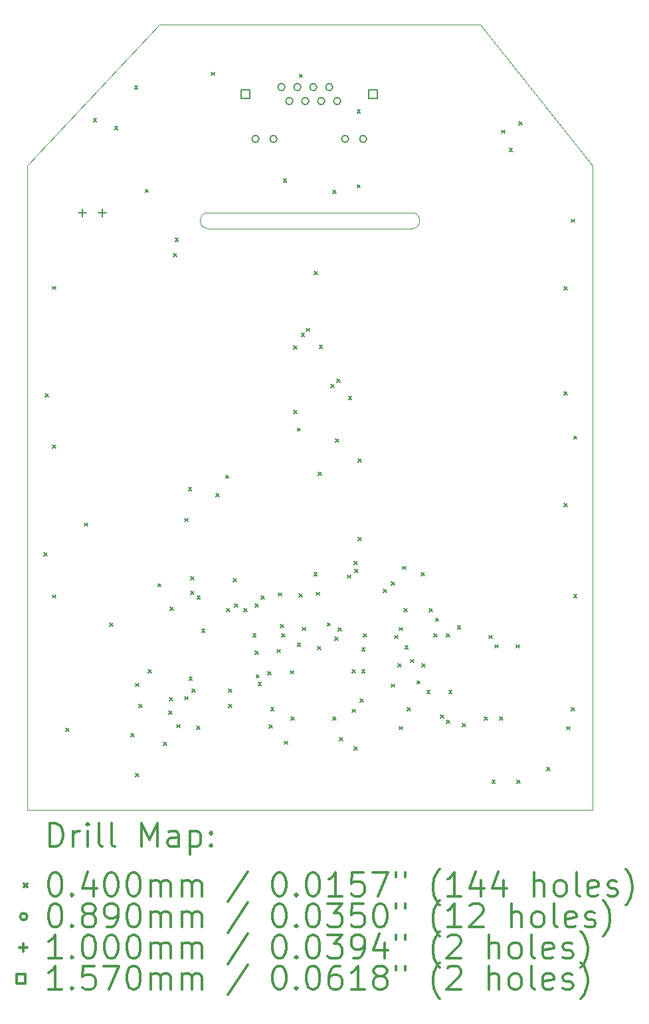
<source format=gbr>
%FSLAX45Y45*%
G04 Gerber Fmt 4.5, Leading zero omitted, Abs format (unit mm)*
G04 Created by KiCad (PCBNEW 5.1.10) date 2021-11-19 17:21:24*
%MOMM*%
%LPD*%
G01*
G04 APERTURE LIST*
%TA.AperFunction,Profile*%
%ADD10C,0.100000*%
%TD*%
%ADD11C,0.200000*%
%ADD12C,0.300000*%
G04 APERTURE END LIST*
D10*
X13300000Y-7600000D02*
G75*
G02*
X13300000Y-7400000I0J100000D01*
G01*
X15900000Y-7400000D02*
G75*
G02*
X15900000Y-7600000I0J-100000D01*
G01*
X13300000Y-7400000D02*
X15900000Y-7400000D01*
X15900000Y-7600000D02*
X13300000Y-7600000D01*
X12680000Y-5000000D02*
X11000000Y-6800000D01*
X16770000Y-5000000D02*
X18200000Y-6800000D01*
X11000000Y-15000000D02*
X18200000Y-15000000D01*
X12680000Y-5000000D02*
X16770000Y-5000000D01*
X11000000Y-15000000D02*
X11000000Y-6800000D01*
X18200000Y-6800000D02*
X18200000Y-15000000D01*
D11*
X11210000Y-11730000D02*
X11250000Y-11770000D01*
X11250000Y-11730000D02*
X11210000Y-11770000D01*
X11224000Y-9705000D02*
X11264000Y-9745000D01*
X11264000Y-9705000D02*
X11224000Y-9745000D01*
X11320000Y-10355000D02*
X11360000Y-10395000D01*
X11360000Y-10355000D02*
X11320000Y-10395000D01*
X11320000Y-12265000D02*
X11360000Y-12305000D01*
X11360000Y-12265000D02*
X11320000Y-12305000D01*
X11320000Y-8335000D02*
X11360000Y-8375000D01*
X11360000Y-8335000D02*
X11320000Y-8375000D01*
X11490000Y-13960000D02*
X11530000Y-14000000D01*
X11530000Y-13960000D02*
X11490000Y-14000000D01*
X11725000Y-11350000D02*
X11765000Y-11390000D01*
X11765000Y-11350000D02*
X11725000Y-11390000D01*
X11840000Y-6200000D02*
X11880000Y-6240000D01*
X11880000Y-6200000D02*
X11840000Y-6240000D01*
X12050000Y-12625000D02*
X12090000Y-12665000D01*
X12090000Y-12625000D02*
X12050000Y-12665000D01*
X12110001Y-6300000D02*
X12150001Y-6340000D01*
X12150001Y-6300000D02*
X12110001Y-6340000D01*
X12320000Y-14030000D02*
X12360000Y-14070000D01*
X12360000Y-14030000D02*
X12320000Y-14070000D01*
X12364999Y-5785000D02*
X12404999Y-5825000D01*
X12404999Y-5785000D02*
X12364999Y-5825000D01*
X12380000Y-13390000D02*
X12420000Y-13430000D01*
X12420000Y-13390000D02*
X12380000Y-13430000D01*
X12380000Y-14540000D02*
X12420000Y-14580000D01*
X12420000Y-14540000D02*
X12380000Y-14580000D01*
X12420000Y-13660000D02*
X12460000Y-13700000D01*
X12460000Y-13660000D02*
X12420000Y-13700000D01*
X12500000Y-7100000D02*
X12540000Y-7140000D01*
X12540000Y-7100000D02*
X12500000Y-7140000D01*
X12540000Y-13220000D02*
X12580000Y-13260000D01*
X12580000Y-13220000D02*
X12540000Y-13260000D01*
X12660000Y-12120000D02*
X12700000Y-12160000D01*
X12700000Y-12120000D02*
X12660000Y-12160000D01*
X12730000Y-14140000D02*
X12770000Y-14180000D01*
X12770000Y-14140000D02*
X12730000Y-14180000D01*
X12800000Y-13740000D02*
X12840000Y-13780000D01*
X12840000Y-13740000D02*
X12800000Y-13780000D01*
X12810000Y-13570000D02*
X12850000Y-13610000D01*
X12850000Y-13570000D02*
X12810000Y-13610000D01*
X12820000Y-12420000D02*
X12860000Y-12460000D01*
X12860000Y-12420000D02*
X12820000Y-12460000D01*
X12860000Y-7920000D02*
X12900000Y-7960000D01*
X12900000Y-7920000D02*
X12860000Y-7960000D01*
X12880000Y-7720000D02*
X12920000Y-7760000D01*
X12920000Y-7720000D02*
X12880000Y-7760000D01*
X12900000Y-13914800D02*
X12940000Y-13954800D01*
X12940000Y-13914800D02*
X12900000Y-13954800D01*
X13001081Y-13559786D02*
X13041081Y-13599786D01*
X13041081Y-13559786D02*
X13001081Y-13599786D01*
X13005000Y-11290000D02*
X13045000Y-11330000D01*
X13045000Y-11290000D02*
X13005000Y-11330000D01*
X13050000Y-10895000D02*
X13090000Y-10935000D01*
X13090000Y-10895000D02*
X13050000Y-10935000D01*
X13060000Y-13310000D02*
X13100000Y-13350000D01*
X13100000Y-13310000D02*
X13060000Y-13350000D01*
X13080000Y-12034800D02*
X13120000Y-12074800D01*
X13120000Y-12034800D02*
X13080000Y-12074800D01*
X13080000Y-12220000D02*
X13120000Y-12260000D01*
X13120000Y-12220000D02*
X13080000Y-12260000D01*
X13100001Y-13460000D02*
X13140001Y-13500000D01*
X13140001Y-13460000D02*
X13100001Y-13500000D01*
X13155000Y-13935000D02*
X13195000Y-13975000D01*
X13195000Y-13935000D02*
X13155000Y-13975000D01*
X13160000Y-12280000D02*
X13200000Y-12320000D01*
X13200000Y-12280000D02*
X13160000Y-12320000D01*
X13220000Y-12700000D02*
X13260000Y-12740000D01*
X13260000Y-12700000D02*
X13220000Y-12740000D01*
X13340000Y-5610000D02*
X13380000Y-5650000D01*
X13380000Y-5610000D02*
X13340000Y-5650000D01*
X13400000Y-10975000D02*
X13440000Y-11015000D01*
X13440000Y-10975000D02*
X13400000Y-11015000D01*
X13525000Y-10740000D02*
X13565000Y-10780000D01*
X13565000Y-10740000D02*
X13525000Y-10780000D01*
X13540000Y-12440000D02*
X13580000Y-12480000D01*
X13580000Y-12440000D02*
X13540000Y-12480000D01*
X13560000Y-13660000D02*
X13600000Y-13700000D01*
X13600000Y-13660000D02*
X13560000Y-13700000D01*
X13560000Y-13460000D02*
X13600000Y-13500000D01*
X13600000Y-13460000D02*
X13560000Y-13500000D01*
X13620000Y-12060000D02*
X13660000Y-12100000D01*
X13660000Y-12060000D02*
X13620000Y-12100000D01*
X13640000Y-12379999D02*
X13680000Y-12419999D01*
X13680000Y-12379999D02*
X13640000Y-12419999D01*
X13760000Y-12440000D02*
X13800000Y-12480000D01*
X13800000Y-12440000D02*
X13760000Y-12480000D01*
X13871899Y-12760000D02*
X13911899Y-12800000D01*
X13911899Y-12760000D02*
X13871899Y-12800000D01*
X13900000Y-12380000D02*
X13940000Y-12420000D01*
X13940000Y-12380000D02*
X13900000Y-12420000D01*
X13900000Y-12980000D02*
X13940000Y-13020000D01*
X13940000Y-12980000D02*
X13900000Y-13020000D01*
X13914800Y-13280000D02*
X13954800Y-13320000D01*
X13954800Y-13280000D02*
X13914800Y-13320000D01*
X13940000Y-13380000D02*
X13980000Y-13420000D01*
X13980000Y-13380000D02*
X13940000Y-13420000D01*
X13980000Y-12280000D02*
X14020000Y-12320000D01*
X14020000Y-12280000D02*
X13980000Y-12320000D01*
X14060000Y-13240000D02*
X14100000Y-13280000D01*
X14100000Y-13240000D02*
X14060000Y-13280000D01*
X14080000Y-13920000D02*
X14120000Y-13960000D01*
X14120000Y-13920000D02*
X14080000Y-13960000D01*
X14100000Y-13700000D02*
X14140000Y-13740000D01*
X14140000Y-13700000D02*
X14100000Y-13740000D01*
X14180000Y-12960000D02*
X14220000Y-13000000D01*
X14220000Y-12960000D02*
X14180000Y-13000000D01*
X14195000Y-12240000D02*
X14235000Y-12280000D01*
X14235000Y-12240000D02*
X14195000Y-12280000D01*
X14220000Y-12640000D02*
X14260000Y-12680000D01*
X14260000Y-12640000D02*
X14220000Y-12680000D01*
X14240000Y-12760000D02*
X14280000Y-12800000D01*
X14280000Y-12760000D02*
X14240000Y-12800000D01*
X14260000Y-6970000D02*
X14300000Y-7010000D01*
X14300000Y-6970000D02*
X14260000Y-7010000D01*
X14274000Y-14128000D02*
X14314000Y-14168000D01*
X14314000Y-14128000D02*
X14274000Y-14168000D01*
X14350000Y-13230000D02*
X14390000Y-13270000D01*
X14390000Y-13230000D02*
X14350000Y-13270000D01*
X14360000Y-13820000D02*
X14400000Y-13860000D01*
X14400000Y-13820000D02*
X14360000Y-13860000D01*
X14390000Y-9094800D02*
X14430000Y-9134800D01*
X14430000Y-9094800D02*
X14390000Y-9134800D01*
X14393178Y-9914615D02*
X14433178Y-9954615D01*
X14433178Y-9914615D02*
X14393178Y-9954615D01*
X14438550Y-10140000D02*
X14478550Y-10180000D01*
X14478550Y-10140000D02*
X14438550Y-10180000D01*
X14440000Y-12880000D02*
X14480000Y-12920000D01*
X14480000Y-12880000D02*
X14440000Y-12920000D01*
X14460000Y-12250000D02*
X14500000Y-12290000D01*
X14500000Y-12250000D02*
X14460000Y-12290000D01*
X14465000Y-5635000D02*
X14505000Y-5675000D01*
X14505000Y-5635000D02*
X14465000Y-5675000D01*
X14490000Y-8935000D02*
X14530000Y-8975000D01*
X14530000Y-8935000D02*
X14490000Y-8975000D01*
X14500000Y-12680000D02*
X14540000Y-12720000D01*
X14540000Y-12680000D02*
X14500000Y-12720000D01*
X14555549Y-8869451D02*
X14595549Y-8909451D01*
X14595549Y-8869451D02*
X14555549Y-8909451D01*
X14650000Y-11980000D02*
X14690000Y-12020000D01*
X14690000Y-11980000D02*
X14650000Y-12020000D01*
X14652500Y-8147500D02*
X14692500Y-8187500D01*
X14692500Y-8147500D02*
X14652500Y-8187500D01*
X14680000Y-12230000D02*
X14720000Y-12270000D01*
X14720000Y-12230000D02*
X14680000Y-12270000D01*
X14700000Y-12920000D02*
X14740000Y-12960000D01*
X14740000Y-12920000D02*
X14700000Y-12960000D01*
X14705000Y-10704000D02*
X14745000Y-10744000D01*
X14745000Y-10704000D02*
X14705000Y-10744000D01*
X14717500Y-9082500D02*
X14757500Y-9122500D01*
X14757500Y-9082500D02*
X14717500Y-9122500D01*
X14820000Y-12620000D02*
X14860000Y-12660000D01*
X14860000Y-12620000D02*
X14820000Y-12660000D01*
X14865000Y-9585000D02*
X14905000Y-9625000D01*
X14905000Y-9585000D02*
X14865000Y-9625000D01*
X14890000Y-7110000D02*
X14930000Y-7150000D01*
X14930000Y-7110000D02*
X14890000Y-7150000D01*
X14894799Y-13820000D02*
X14934799Y-13860000D01*
X14934799Y-13820000D02*
X14894799Y-13860000D01*
X14920000Y-12800000D02*
X14960000Y-12840000D01*
X14960000Y-12800000D02*
X14920000Y-12840000D01*
X14925000Y-10280000D02*
X14965000Y-10320000D01*
X14965000Y-10280000D02*
X14925000Y-10320000D01*
X14942131Y-9519800D02*
X14982131Y-9559800D01*
X14982131Y-9519800D02*
X14942131Y-9559800D01*
X14960000Y-12685201D02*
X15000000Y-12725201D01*
X15000000Y-12685201D02*
X14960000Y-12725201D01*
X14978500Y-14078500D02*
X15018500Y-14118500D01*
X15018500Y-14078500D02*
X14978500Y-14118500D01*
X15080000Y-12010000D02*
X15120000Y-12050000D01*
X15120000Y-12010000D02*
X15080000Y-12050000D01*
X15090000Y-9735000D02*
X15130000Y-9775000D01*
X15130000Y-9735000D02*
X15090000Y-9775000D01*
X15140000Y-13220000D02*
X15180000Y-13260000D01*
X15180000Y-13220000D02*
X15140000Y-13260000D01*
X15140000Y-13720000D02*
X15180000Y-13760000D01*
X15180000Y-13720000D02*
X15140000Y-13760000D01*
X15160000Y-11840000D02*
X15200000Y-11880000D01*
X15200000Y-11840000D02*
X15160000Y-11880000D01*
X15160000Y-14200000D02*
X15200000Y-14240000D01*
X15200000Y-14200000D02*
X15160000Y-14240000D01*
X15170009Y-11937823D02*
X15210009Y-11977823D01*
X15210009Y-11937823D02*
X15170009Y-11977823D01*
X15200000Y-6085200D02*
X15240000Y-6125200D01*
X15240000Y-6085200D02*
X15200000Y-6125200D01*
X15200000Y-7040000D02*
X15240000Y-7080000D01*
X15240000Y-7040000D02*
X15200000Y-7080000D01*
X15215000Y-10535000D02*
X15255000Y-10575000D01*
X15255000Y-10535000D02*
X15215000Y-10575000D01*
X15215000Y-11535000D02*
X15255000Y-11575000D01*
X15255000Y-11535000D02*
X15215000Y-11575000D01*
X15240000Y-13590000D02*
X15280000Y-13630000D01*
X15280000Y-13590000D02*
X15240000Y-13630000D01*
X15260000Y-12940000D02*
X15300000Y-12980000D01*
X15300000Y-12940000D02*
X15260000Y-12980000D01*
X15260000Y-13220000D02*
X15300000Y-13260000D01*
X15300000Y-13220000D02*
X15260000Y-13260000D01*
X15280000Y-12760000D02*
X15320000Y-12800000D01*
X15320000Y-12760000D02*
X15280000Y-12800000D01*
X15533075Y-12189566D02*
X15573075Y-12229566D01*
X15573075Y-12189566D02*
X15533075Y-12229566D01*
X15640000Y-12100000D02*
X15680000Y-12140000D01*
X15680000Y-12100000D02*
X15640000Y-12140000D01*
X15640000Y-13400000D02*
X15680000Y-13440000D01*
X15680000Y-13400000D02*
X15640000Y-13440000D01*
X15680000Y-12780000D02*
X15720000Y-12820000D01*
X15720000Y-12780000D02*
X15680000Y-12820000D01*
X15720000Y-13140000D02*
X15760000Y-13180000D01*
X15760000Y-13140000D02*
X15720000Y-13180000D01*
X15740000Y-12680000D02*
X15780000Y-12720000D01*
X15780000Y-12680000D02*
X15740000Y-12720000D01*
X15740000Y-13940000D02*
X15780000Y-13980000D01*
X15780000Y-13940000D02*
X15740000Y-13980000D01*
X15780000Y-11900000D02*
X15820000Y-11940000D01*
X15820000Y-11900000D02*
X15780000Y-11940000D01*
X15800000Y-12440000D02*
X15840000Y-12480000D01*
X15840000Y-12440000D02*
X15800000Y-12480000D01*
X15810000Y-12910000D02*
X15850000Y-12950000D01*
X15850000Y-12910000D02*
X15810000Y-12950000D01*
X15840000Y-13700000D02*
X15880000Y-13740000D01*
X15880000Y-13700000D02*
X15840000Y-13740000D01*
X15881414Y-13085029D02*
X15921414Y-13125029D01*
X15921414Y-13085029D02*
X15881414Y-13125029D01*
X15963392Y-13356568D02*
X16003392Y-13396568D01*
X16003392Y-13356568D02*
X15963392Y-13396568D01*
X16020000Y-11980001D02*
X16060000Y-12020001D01*
X16060000Y-11980001D02*
X16020000Y-12020001D01*
X16028593Y-13140000D02*
X16068593Y-13180000D01*
X16068593Y-13140000D02*
X16028593Y-13180000D01*
X16090000Y-13480000D02*
X16130000Y-13520000D01*
X16130000Y-13480000D02*
X16090000Y-13520000D01*
X16120000Y-12440000D02*
X16160000Y-12480000D01*
X16160000Y-12440000D02*
X16120000Y-12480000D01*
X16180000Y-12760000D02*
X16220000Y-12800000D01*
X16220000Y-12760000D02*
X16180000Y-12800000D01*
X16200000Y-12560000D02*
X16240000Y-12600000D01*
X16240000Y-12560000D02*
X16200000Y-12600000D01*
X16265000Y-13794799D02*
X16305000Y-13834799D01*
X16305000Y-13794799D02*
X16265000Y-13834799D01*
X16340000Y-12760000D02*
X16380000Y-12800000D01*
X16380000Y-12760000D02*
X16340000Y-12800000D01*
X16340000Y-13860000D02*
X16380000Y-13900000D01*
X16380000Y-13860000D02*
X16340000Y-13900000D01*
X16370000Y-13480000D02*
X16410000Y-13520000D01*
X16410000Y-13480000D02*
X16370000Y-13520000D01*
X16480000Y-12660000D02*
X16520000Y-12700000D01*
X16520000Y-12660000D02*
X16480000Y-12700000D01*
X16540000Y-13900000D02*
X16580000Y-13940000D01*
X16580000Y-13900000D02*
X16540000Y-13940000D01*
X16820000Y-13820000D02*
X16860000Y-13860000D01*
X16860000Y-13820000D02*
X16820000Y-13860000D01*
X16880000Y-12780000D02*
X16920000Y-12820000D01*
X16920000Y-12780000D02*
X16880000Y-12820000D01*
X16920000Y-14620000D02*
X16960000Y-14660000D01*
X16960000Y-14620000D02*
X16920000Y-14660000D01*
X16960000Y-12900000D02*
X17000000Y-12940000D01*
X17000000Y-12900000D02*
X16960000Y-12940000D01*
X17020000Y-13820000D02*
X17060000Y-13860000D01*
X17060000Y-13820000D02*
X17020000Y-13860000D01*
X17045000Y-6346000D02*
X17085000Y-6386000D01*
X17085000Y-6346000D02*
X17045000Y-6386000D01*
X17140000Y-6579999D02*
X17180000Y-6619999D01*
X17180000Y-6579999D02*
X17140000Y-6619999D01*
X17230000Y-12900000D02*
X17270000Y-12940000D01*
X17270000Y-12900000D02*
X17230000Y-12940000D01*
X17240000Y-14620000D02*
X17280000Y-14660000D01*
X17280000Y-14620000D02*
X17240000Y-14660000D01*
X17260000Y-6240000D02*
X17300000Y-6280000D01*
X17300000Y-6240000D02*
X17260000Y-6280000D01*
X17620000Y-14460000D02*
X17660000Y-14500000D01*
X17660000Y-14460000D02*
X17620000Y-14500000D01*
X17840000Y-8340000D02*
X17880000Y-8380000D01*
X17880000Y-8340000D02*
X17840000Y-8380000D01*
X17840000Y-9680000D02*
X17880000Y-9720000D01*
X17880000Y-9680000D02*
X17840000Y-9720000D01*
X17840000Y-11100000D02*
X17880000Y-11140000D01*
X17880000Y-11100000D02*
X17840000Y-11140000D01*
X17872700Y-13940000D02*
X17912700Y-13980000D01*
X17912700Y-13940000D02*
X17872700Y-13980000D01*
X17930000Y-7480000D02*
X17970000Y-7520000D01*
X17970000Y-7480000D02*
X17930000Y-7520000D01*
X17930000Y-13700000D02*
X17970000Y-13740000D01*
X17970000Y-13700000D02*
X17930000Y-13740000D01*
X17960000Y-10240000D02*
X18000000Y-10280000D01*
X18000000Y-10240000D02*
X17960000Y-10280000D01*
X17960000Y-12260000D02*
X18000000Y-12300000D01*
X18000000Y-12260000D02*
X17960000Y-12300000D01*
X13949500Y-6459000D02*
G75*
G03*
X13949500Y-6459000I-44500J0D01*
G01*
X14178500Y-6459000D02*
G75*
G03*
X14178500Y-6459000I-44500J0D01*
G01*
X14279500Y-5799000D02*
G75*
G03*
X14279500Y-5799000I-44500J0D01*
G01*
X14381100Y-5977000D02*
G75*
G03*
X14381100Y-5977000I-44500J0D01*
G01*
X14482700Y-5799000D02*
G75*
G03*
X14482700Y-5799000I-44500J0D01*
G01*
X14584300Y-5977000D02*
G75*
G03*
X14584300Y-5977000I-44500J0D01*
G01*
X14685900Y-5799000D02*
G75*
G03*
X14685900Y-5799000I-44500J0D01*
G01*
X14787500Y-5977000D02*
G75*
G03*
X14787500Y-5977000I-44500J0D01*
G01*
X14889100Y-5799000D02*
G75*
G03*
X14889100Y-5799000I-44500J0D01*
G01*
X14990700Y-5977000D02*
G75*
G03*
X14990700Y-5977000I-44500J0D01*
G01*
X15092500Y-6459000D02*
G75*
G03*
X15092500Y-6459000I-44500J0D01*
G01*
X15321500Y-6459000D02*
G75*
G03*
X15321500Y-6459000I-44500J0D01*
G01*
X11700000Y-7350000D02*
X11700000Y-7450000D01*
X11650000Y-7400000D02*
X11750000Y-7400000D01*
X11954000Y-7350000D02*
X11954000Y-7450000D01*
X11904000Y-7400000D02*
X12004000Y-7400000D01*
X13833508Y-5943508D02*
X13833508Y-5832492D01*
X13722492Y-5832492D01*
X13722492Y-5943508D01*
X13833508Y-5943508D01*
X15459508Y-5943508D02*
X15459508Y-5832492D01*
X15348492Y-5832492D01*
X15348492Y-5943508D01*
X15459508Y-5943508D01*
D12*
X11281428Y-15470714D02*
X11281428Y-15170714D01*
X11352857Y-15170714D01*
X11395714Y-15185000D01*
X11424286Y-15213571D01*
X11438571Y-15242143D01*
X11452857Y-15299286D01*
X11452857Y-15342143D01*
X11438571Y-15399286D01*
X11424286Y-15427857D01*
X11395714Y-15456429D01*
X11352857Y-15470714D01*
X11281428Y-15470714D01*
X11581428Y-15470714D02*
X11581428Y-15270714D01*
X11581428Y-15327857D02*
X11595714Y-15299286D01*
X11610000Y-15285000D01*
X11638571Y-15270714D01*
X11667143Y-15270714D01*
X11767143Y-15470714D02*
X11767143Y-15270714D01*
X11767143Y-15170714D02*
X11752857Y-15185000D01*
X11767143Y-15199286D01*
X11781428Y-15185000D01*
X11767143Y-15170714D01*
X11767143Y-15199286D01*
X11952857Y-15470714D02*
X11924286Y-15456429D01*
X11910000Y-15427857D01*
X11910000Y-15170714D01*
X12110000Y-15470714D02*
X12081428Y-15456429D01*
X12067143Y-15427857D01*
X12067143Y-15170714D01*
X12452857Y-15470714D02*
X12452857Y-15170714D01*
X12552857Y-15385000D01*
X12652857Y-15170714D01*
X12652857Y-15470714D01*
X12924286Y-15470714D02*
X12924286Y-15313571D01*
X12910000Y-15285000D01*
X12881428Y-15270714D01*
X12824286Y-15270714D01*
X12795714Y-15285000D01*
X12924286Y-15456429D02*
X12895714Y-15470714D01*
X12824286Y-15470714D01*
X12795714Y-15456429D01*
X12781428Y-15427857D01*
X12781428Y-15399286D01*
X12795714Y-15370714D01*
X12824286Y-15356429D01*
X12895714Y-15356429D01*
X12924286Y-15342143D01*
X13067143Y-15270714D02*
X13067143Y-15570714D01*
X13067143Y-15285000D02*
X13095714Y-15270714D01*
X13152857Y-15270714D01*
X13181428Y-15285000D01*
X13195714Y-15299286D01*
X13210000Y-15327857D01*
X13210000Y-15413571D01*
X13195714Y-15442143D01*
X13181428Y-15456429D01*
X13152857Y-15470714D01*
X13095714Y-15470714D01*
X13067143Y-15456429D01*
X13338571Y-15442143D02*
X13352857Y-15456429D01*
X13338571Y-15470714D01*
X13324286Y-15456429D01*
X13338571Y-15442143D01*
X13338571Y-15470714D01*
X13338571Y-15285000D02*
X13352857Y-15299286D01*
X13338571Y-15313571D01*
X13324286Y-15299286D01*
X13338571Y-15285000D01*
X13338571Y-15313571D01*
X10955000Y-15945000D02*
X10995000Y-15985000D01*
X10995000Y-15945000D02*
X10955000Y-15985000D01*
X11338571Y-15800714D02*
X11367143Y-15800714D01*
X11395714Y-15815000D01*
X11410000Y-15829286D01*
X11424286Y-15857857D01*
X11438571Y-15915000D01*
X11438571Y-15986429D01*
X11424286Y-16043571D01*
X11410000Y-16072143D01*
X11395714Y-16086429D01*
X11367143Y-16100714D01*
X11338571Y-16100714D01*
X11310000Y-16086429D01*
X11295714Y-16072143D01*
X11281428Y-16043571D01*
X11267143Y-15986429D01*
X11267143Y-15915000D01*
X11281428Y-15857857D01*
X11295714Y-15829286D01*
X11310000Y-15815000D01*
X11338571Y-15800714D01*
X11567143Y-16072143D02*
X11581428Y-16086429D01*
X11567143Y-16100714D01*
X11552857Y-16086429D01*
X11567143Y-16072143D01*
X11567143Y-16100714D01*
X11838571Y-15900714D02*
X11838571Y-16100714D01*
X11767143Y-15786429D02*
X11695714Y-16000714D01*
X11881428Y-16000714D01*
X12052857Y-15800714D02*
X12081428Y-15800714D01*
X12110000Y-15815000D01*
X12124286Y-15829286D01*
X12138571Y-15857857D01*
X12152857Y-15915000D01*
X12152857Y-15986429D01*
X12138571Y-16043571D01*
X12124286Y-16072143D01*
X12110000Y-16086429D01*
X12081428Y-16100714D01*
X12052857Y-16100714D01*
X12024286Y-16086429D01*
X12010000Y-16072143D01*
X11995714Y-16043571D01*
X11981428Y-15986429D01*
X11981428Y-15915000D01*
X11995714Y-15857857D01*
X12010000Y-15829286D01*
X12024286Y-15815000D01*
X12052857Y-15800714D01*
X12338571Y-15800714D02*
X12367143Y-15800714D01*
X12395714Y-15815000D01*
X12410000Y-15829286D01*
X12424286Y-15857857D01*
X12438571Y-15915000D01*
X12438571Y-15986429D01*
X12424286Y-16043571D01*
X12410000Y-16072143D01*
X12395714Y-16086429D01*
X12367143Y-16100714D01*
X12338571Y-16100714D01*
X12310000Y-16086429D01*
X12295714Y-16072143D01*
X12281428Y-16043571D01*
X12267143Y-15986429D01*
X12267143Y-15915000D01*
X12281428Y-15857857D01*
X12295714Y-15829286D01*
X12310000Y-15815000D01*
X12338571Y-15800714D01*
X12567143Y-16100714D02*
X12567143Y-15900714D01*
X12567143Y-15929286D02*
X12581428Y-15915000D01*
X12610000Y-15900714D01*
X12652857Y-15900714D01*
X12681428Y-15915000D01*
X12695714Y-15943571D01*
X12695714Y-16100714D01*
X12695714Y-15943571D02*
X12710000Y-15915000D01*
X12738571Y-15900714D01*
X12781428Y-15900714D01*
X12810000Y-15915000D01*
X12824286Y-15943571D01*
X12824286Y-16100714D01*
X12967143Y-16100714D02*
X12967143Y-15900714D01*
X12967143Y-15929286D02*
X12981428Y-15915000D01*
X13010000Y-15900714D01*
X13052857Y-15900714D01*
X13081428Y-15915000D01*
X13095714Y-15943571D01*
X13095714Y-16100714D01*
X13095714Y-15943571D02*
X13110000Y-15915000D01*
X13138571Y-15900714D01*
X13181428Y-15900714D01*
X13210000Y-15915000D01*
X13224286Y-15943571D01*
X13224286Y-16100714D01*
X13810000Y-15786429D02*
X13552857Y-16172143D01*
X14195714Y-15800714D02*
X14224286Y-15800714D01*
X14252857Y-15815000D01*
X14267143Y-15829286D01*
X14281428Y-15857857D01*
X14295714Y-15915000D01*
X14295714Y-15986429D01*
X14281428Y-16043571D01*
X14267143Y-16072143D01*
X14252857Y-16086429D01*
X14224286Y-16100714D01*
X14195714Y-16100714D01*
X14167143Y-16086429D01*
X14152857Y-16072143D01*
X14138571Y-16043571D01*
X14124286Y-15986429D01*
X14124286Y-15915000D01*
X14138571Y-15857857D01*
X14152857Y-15829286D01*
X14167143Y-15815000D01*
X14195714Y-15800714D01*
X14424286Y-16072143D02*
X14438571Y-16086429D01*
X14424286Y-16100714D01*
X14410000Y-16086429D01*
X14424286Y-16072143D01*
X14424286Y-16100714D01*
X14624286Y-15800714D02*
X14652857Y-15800714D01*
X14681428Y-15815000D01*
X14695714Y-15829286D01*
X14710000Y-15857857D01*
X14724286Y-15915000D01*
X14724286Y-15986429D01*
X14710000Y-16043571D01*
X14695714Y-16072143D01*
X14681428Y-16086429D01*
X14652857Y-16100714D01*
X14624286Y-16100714D01*
X14595714Y-16086429D01*
X14581428Y-16072143D01*
X14567143Y-16043571D01*
X14552857Y-15986429D01*
X14552857Y-15915000D01*
X14567143Y-15857857D01*
X14581428Y-15829286D01*
X14595714Y-15815000D01*
X14624286Y-15800714D01*
X15010000Y-16100714D02*
X14838571Y-16100714D01*
X14924286Y-16100714D02*
X14924286Y-15800714D01*
X14895714Y-15843571D01*
X14867143Y-15872143D01*
X14838571Y-15886429D01*
X15281428Y-15800714D02*
X15138571Y-15800714D01*
X15124286Y-15943571D01*
X15138571Y-15929286D01*
X15167143Y-15915000D01*
X15238571Y-15915000D01*
X15267143Y-15929286D01*
X15281428Y-15943571D01*
X15295714Y-15972143D01*
X15295714Y-16043571D01*
X15281428Y-16072143D01*
X15267143Y-16086429D01*
X15238571Y-16100714D01*
X15167143Y-16100714D01*
X15138571Y-16086429D01*
X15124286Y-16072143D01*
X15395714Y-15800714D02*
X15595714Y-15800714D01*
X15467143Y-16100714D01*
X15695714Y-15800714D02*
X15695714Y-15857857D01*
X15810000Y-15800714D02*
X15810000Y-15857857D01*
X16252857Y-16215000D02*
X16238571Y-16200714D01*
X16210000Y-16157857D01*
X16195714Y-16129286D01*
X16181428Y-16086429D01*
X16167143Y-16015000D01*
X16167143Y-15957857D01*
X16181428Y-15886429D01*
X16195714Y-15843571D01*
X16210000Y-15815000D01*
X16238571Y-15772143D01*
X16252857Y-15757857D01*
X16524286Y-16100714D02*
X16352857Y-16100714D01*
X16438571Y-16100714D02*
X16438571Y-15800714D01*
X16410000Y-15843571D01*
X16381428Y-15872143D01*
X16352857Y-15886429D01*
X16781428Y-15900714D02*
X16781428Y-16100714D01*
X16710000Y-15786429D02*
X16638571Y-16000714D01*
X16824286Y-16000714D01*
X17067143Y-15900714D02*
X17067143Y-16100714D01*
X16995714Y-15786429D02*
X16924286Y-16000714D01*
X17110000Y-16000714D01*
X17452857Y-16100714D02*
X17452857Y-15800714D01*
X17581428Y-16100714D02*
X17581428Y-15943571D01*
X17567143Y-15915000D01*
X17538571Y-15900714D01*
X17495714Y-15900714D01*
X17467143Y-15915000D01*
X17452857Y-15929286D01*
X17767143Y-16100714D02*
X17738571Y-16086429D01*
X17724286Y-16072143D01*
X17710000Y-16043571D01*
X17710000Y-15957857D01*
X17724286Y-15929286D01*
X17738571Y-15915000D01*
X17767143Y-15900714D01*
X17810000Y-15900714D01*
X17838571Y-15915000D01*
X17852857Y-15929286D01*
X17867143Y-15957857D01*
X17867143Y-16043571D01*
X17852857Y-16072143D01*
X17838571Y-16086429D01*
X17810000Y-16100714D01*
X17767143Y-16100714D01*
X18038571Y-16100714D02*
X18010000Y-16086429D01*
X17995714Y-16057857D01*
X17995714Y-15800714D01*
X18267143Y-16086429D02*
X18238571Y-16100714D01*
X18181428Y-16100714D01*
X18152857Y-16086429D01*
X18138571Y-16057857D01*
X18138571Y-15943571D01*
X18152857Y-15915000D01*
X18181428Y-15900714D01*
X18238571Y-15900714D01*
X18267143Y-15915000D01*
X18281428Y-15943571D01*
X18281428Y-15972143D01*
X18138571Y-16000714D01*
X18395714Y-16086429D02*
X18424286Y-16100714D01*
X18481428Y-16100714D01*
X18510000Y-16086429D01*
X18524286Y-16057857D01*
X18524286Y-16043571D01*
X18510000Y-16015000D01*
X18481428Y-16000714D01*
X18438571Y-16000714D01*
X18410000Y-15986429D01*
X18395714Y-15957857D01*
X18395714Y-15943571D01*
X18410000Y-15915000D01*
X18438571Y-15900714D01*
X18481428Y-15900714D01*
X18510000Y-15915000D01*
X18624286Y-16215000D02*
X18638571Y-16200714D01*
X18667143Y-16157857D01*
X18681428Y-16129286D01*
X18695714Y-16086429D01*
X18710000Y-16015000D01*
X18710000Y-15957857D01*
X18695714Y-15886429D01*
X18681428Y-15843571D01*
X18667143Y-15815000D01*
X18638571Y-15772143D01*
X18624286Y-15757857D01*
X10995000Y-16361000D02*
G75*
G03*
X10995000Y-16361000I-44500J0D01*
G01*
X11338571Y-16196714D02*
X11367143Y-16196714D01*
X11395714Y-16211000D01*
X11410000Y-16225286D01*
X11424286Y-16253857D01*
X11438571Y-16311000D01*
X11438571Y-16382429D01*
X11424286Y-16439571D01*
X11410000Y-16468143D01*
X11395714Y-16482429D01*
X11367143Y-16496714D01*
X11338571Y-16496714D01*
X11310000Y-16482429D01*
X11295714Y-16468143D01*
X11281428Y-16439571D01*
X11267143Y-16382429D01*
X11267143Y-16311000D01*
X11281428Y-16253857D01*
X11295714Y-16225286D01*
X11310000Y-16211000D01*
X11338571Y-16196714D01*
X11567143Y-16468143D02*
X11581428Y-16482429D01*
X11567143Y-16496714D01*
X11552857Y-16482429D01*
X11567143Y-16468143D01*
X11567143Y-16496714D01*
X11752857Y-16325286D02*
X11724286Y-16311000D01*
X11710000Y-16296714D01*
X11695714Y-16268143D01*
X11695714Y-16253857D01*
X11710000Y-16225286D01*
X11724286Y-16211000D01*
X11752857Y-16196714D01*
X11810000Y-16196714D01*
X11838571Y-16211000D01*
X11852857Y-16225286D01*
X11867143Y-16253857D01*
X11867143Y-16268143D01*
X11852857Y-16296714D01*
X11838571Y-16311000D01*
X11810000Y-16325286D01*
X11752857Y-16325286D01*
X11724286Y-16339571D01*
X11710000Y-16353857D01*
X11695714Y-16382429D01*
X11695714Y-16439571D01*
X11710000Y-16468143D01*
X11724286Y-16482429D01*
X11752857Y-16496714D01*
X11810000Y-16496714D01*
X11838571Y-16482429D01*
X11852857Y-16468143D01*
X11867143Y-16439571D01*
X11867143Y-16382429D01*
X11852857Y-16353857D01*
X11838571Y-16339571D01*
X11810000Y-16325286D01*
X12010000Y-16496714D02*
X12067143Y-16496714D01*
X12095714Y-16482429D01*
X12110000Y-16468143D01*
X12138571Y-16425286D01*
X12152857Y-16368143D01*
X12152857Y-16253857D01*
X12138571Y-16225286D01*
X12124286Y-16211000D01*
X12095714Y-16196714D01*
X12038571Y-16196714D01*
X12010000Y-16211000D01*
X11995714Y-16225286D01*
X11981428Y-16253857D01*
X11981428Y-16325286D01*
X11995714Y-16353857D01*
X12010000Y-16368143D01*
X12038571Y-16382429D01*
X12095714Y-16382429D01*
X12124286Y-16368143D01*
X12138571Y-16353857D01*
X12152857Y-16325286D01*
X12338571Y-16196714D02*
X12367143Y-16196714D01*
X12395714Y-16211000D01*
X12410000Y-16225286D01*
X12424286Y-16253857D01*
X12438571Y-16311000D01*
X12438571Y-16382429D01*
X12424286Y-16439571D01*
X12410000Y-16468143D01*
X12395714Y-16482429D01*
X12367143Y-16496714D01*
X12338571Y-16496714D01*
X12310000Y-16482429D01*
X12295714Y-16468143D01*
X12281428Y-16439571D01*
X12267143Y-16382429D01*
X12267143Y-16311000D01*
X12281428Y-16253857D01*
X12295714Y-16225286D01*
X12310000Y-16211000D01*
X12338571Y-16196714D01*
X12567143Y-16496714D02*
X12567143Y-16296714D01*
X12567143Y-16325286D02*
X12581428Y-16311000D01*
X12610000Y-16296714D01*
X12652857Y-16296714D01*
X12681428Y-16311000D01*
X12695714Y-16339571D01*
X12695714Y-16496714D01*
X12695714Y-16339571D02*
X12710000Y-16311000D01*
X12738571Y-16296714D01*
X12781428Y-16296714D01*
X12810000Y-16311000D01*
X12824286Y-16339571D01*
X12824286Y-16496714D01*
X12967143Y-16496714D02*
X12967143Y-16296714D01*
X12967143Y-16325286D02*
X12981428Y-16311000D01*
X13010000Y-16296714D01*
X13052857Y-16296714D01*
X13081428Y-16311000D01*
X13095714Y-16339571D01*
X13095714Y-16496714D01*
X13095714Y-16339571D02*
X13110000Y-16311000D01*
X13138571Y-16296714D01*
X13181428Y-16296714D01*
X13210000Y-16311000D01*
X13224286Y-16339571D01*
X13224286Y-16496714D01*
X13810000Y-16182429D02*
X13552857Y-16568143D01*
X14195714Y-16196714D02*
X14224286Y-16196714D01*
X14252857Y-16211000D01*
X14267143Y-16225286D01*
X14281428Y-16253857D01*
X14295714Y-16311000D01*
X14295714Y-16382429D01*
X14281428Y-16439571D01*
X14267143Y-16468143D01*
X14252857Y-16482429D01*
X14224286Y-16496714D01*
X14195714Y-16496714D01*
X14167143Y-16482429D01*
X14152857Y-16468143D01*
X14138571Y-16439571D01*
X14124286Y-16382429D01*
X14124286Y-16311000D01*
X14138571Y-16253857D01*
X14152857Y-16225286D01*
X14167143Y-16211000D01*
X14195714Y-16196714D01*
X14424286Y-16468143D02*
X14438571Y-16482429D01*
X14424286Y-16496714D01*
X14410000Y-16482429D01*
X14424286Y-16468143D01*
X14424286Y-16496714D01*
X14624286Y-16196714D02*
X14652857Y-16196714D01*
X14681428Y-16211000D01*
X14695714Y-16225286D01*
X14710000Y-16253857D01*
X14724286Y-16311000D01*
X14724286Y-16382429D01*
X14710000Y-16439571D01*
X14695714Y-16468143D01*
X14681428Y-16482429D01*
X14652857Y-16496714D01*
X14624286Y-16496714D01*
X14595714Y-16482429D01*
X14581428Y-16468143D01*
X14567143Y-16439571D01*
X14552857Y-16382429D01*
X14552857Y-16311000D01*
X14567143Y-16253857D01*
X14581428Y-16225286D01*
X14595714Y-16211000D01*
X14624286Y-16196714D01*
X14824286Y-16196714D02*
X15010000Y-16196714D01*
X14910000Y-16311000D01*
X14952857Y-16311000D01*
X14981428Y-16325286D01*
X14995714Y-16339571D01*
X15010000Y-16368143D01*
X15010000Y-16439571D01*
X14995714Y-16468143D01*
X14981428Y-16482429D01*
X14952857Y-16496714D01*
X14867143Y-16496714D01*
X14838571Y-16482429D01*
X14824286Y-16468143D01*
X15281428Y-16196714D02*
X15138571Y-16196714D01*
X15124286Y-16339571D01*
X15138571Y-16325286D01*
X15167143Y-16311000D01*
X15238571Y-16311000D01*
X15267143Y-16325286D01*
X15281428Y-16339571D01*
X15295714Y-16368143D01*
X15295714Y-16439571D01*
X15281428Y-16468143D01*
X15267143Y-16482429D01*
X15238571Y-16496714D01*
X15167143Y-16496714D01*
X15138571Y-16482429D01*
X15124286Y-16468143D01*
X15481428Y-16196714D02*
X15510000Y-16196714D01*
X15538571Y-16211000D01*
X15552857Y-16225286D01*
X15567143Y-16253857D01*
X15581428Y-16311000D01*
X15581428Y-16382429D01*
X15567143Y-16439571D01*
X15552857Y-16468143D01*
X15538571Y-16482429D01*
X15510000Y-16496714D01*
X15481428Y-16496714D01*
X15452857Y-16482429D01*
X15438571Y-16468143D01*
X15424286Y-16439571D01*
X15410000Y-16382429D01*
X15410000Y-16311000D01*
X15424286Y-16253857D01*
X15438571Y-16225286D01*
X15452857Y-16211000D01*
X15481428Y-16196714D01*
X15695714Y-16196714D02*
X15695714Y-16253857D01*
X15810000Y-16196714D02*
X15810000Y-16253857D01*
X16252857Y-16611000D02*
X16238571Y-16596714D01*
X16210000Y-16553857D01*
X16195714Y-16525286D01*
X16181428Y-16482429D01*
X16167143Y-16411000D01*
X16167143Y-16353857D01*
X16181428Y-16282429D01*
X16195714Y-16239571D01*
X16210000Y-16211000D01*
X16238571Y-16168143D01*
X16252857Y-16153857D01*
X16524286Y-16496714D02*
X16352857Y-16496714D01*
X16438571Y-16496714D02*
X16438571Y-16196714D01*
X16410000Y-16239571D01*
X16381428Y-16268143D01*
X16352857Y-16282429D01*
X16638571Y-16225286D02*
X16652857Y-16211000D01*
X16681428Y-16196714D01*
X16752857Y-16196714D01*
X16781428Y-16211000D01*
X16795714Y-16225286D01*
X16810000Y-16253857D01*
X16810000Y-16282429D01*
X16795714Y-16325286D01*
X16624286Y-16496714D01*
X16810000Y-16496714D01*
X17167143Y-16496714D02*
X17167143Y-16196714D01*
X17295714Y-16496714D02*
X17295714Y-16339571D01*
X17281428Y-16311000D01*
X17252857Y-16296714D01*
X17210000Y-16296714D01*
X17181428Y-16311000D01*
X17167143Y-16325286D01*
X17481428Y-16496714D02*
X17452857Y-16482429D01*
X17438571Y-16468143D01*
X17424286Y-16439571D01*
X17424286Y-16353857D01*
X17438571Y-16325286D01*
X17452857Y-16311000D01*
X17481428Y-16296714D01*
X17524286Y-16296714D01*
X17552857Y-16311000D01*
X17567143Y-16325286D01*
X17581428Y-16353857D01*
X17581428Y-16439571D01*
X17567143Y-16468143D01*
X17552857Y-16482429D01*
X17524286Y-16496714D01*
X17481428Y-16496714D01*
X17752857Y-16496714D02*
X17724286Y-16482429D01*
X17710000Y-16453857D01*
X17710000Y-16196714D01*
X17981428Y-16482429D02*
X17952857Y-16496714D01*
X17895714Y-16496714D01*
X17867143Y-16482429D01*
X17852857Y-16453857D01*
X17852857Y-16339571D01*
X17867143Y-16311000D01*
X17895714Y-16296714D01*
X17952857Y-16296714D01*
X17981428Y-16311000D01*
X17995714Y-16339571D01*
X17995714Y-16368143D01*
X17852857Y-16396714D01*
X18110000Y-16482429D02*
X18138571Y-16496714D01*
X18195714Y-16496714D01*
X18224286Y-16482429D01*
X18238571Y-16453857D01*
X18238571Y-16439571D01*
X18224286Y-16411000D01*
X18195714Y-16396714D01*
X18152857Y-16396714D01*
X18124286Y-16382429D01*
X18110000Y-16353857D01*
X18110000Y-16339571D01*
X18124286Y-16311000D01*
X18152857Y-16296714D01*
X18195714Y-16296714D01*
X18224286Y-16311000D01*
X18338571Y-16611000D02*
X18352857Y-16596714D01*
X18381428Y-16553857D01*
X18395714Y-16525286D01*
X18410000Y-16482429D01*
X18424286Y-16411000D01*
X18424286Y-16353857D01*
X18410000Y-16282429D01*
X18395714Y-16239571D01*
X18381428Y-16211000D01*
X18352857Y-16168143D01*
X18338571Y-16153857D01*
X10945000Y-16707000D02*
X10945000Y-16807000D01*
X10895000Y-16757000D02*
X10995000Y-16757000D01*
X11438571Y-16892714D02*
X11267143Y-16892714D01*
X11352857Y-16892714D02*
X11352857Y-16592714D01*
X11324286Y-16635571D01*
X11295714Y-16664143D01*
X11267143Y-16678429D01*
X11567143Y-16864143D02*
X11581428Y-16878429D01*
X11567143Y-16892714D01*
X11552857Y-16878429D01*
X11567143Y-16864143D01*
X11567143Y-16892714D01*
X11767143Y-16592714D02*
X11795714Y-16592714D01*
X11824286Y-16607000D01*
X11838571Y-16621286D01*
X11852857Y-16649857D01*
X11867143Y-16707000D01*
X11867143Y-16778429D01*
X11852857Y-16835572D01*
X11838571Y-16864143D01*
X11824286Y-16878429D01*
X11795714Y-16892714D01*
X11767143Y-16892714D01*
X11738571Y-16878429D01*
X11724286Y-16864143D01*
X11710000Y-16835572D01*
X11695714Y-16778429D01*
X11695714Y-16707000D01*
X11710000Y-16649857D01*
X11724286Y-16621286D01*
X11738571Y-16607000D01*
X11767143Y-16592714D01*
X12052857Y-16592714D02*
X12081428Y-16592714D01*
X12110000Y-16607000D01*
X12124286Y-16621286D01*
X12138571Y-16649857D01*
X12152857Y-16707000D01*
X12152857Y-16778429D01*
X12138571Y-16835572D01*
X12124286Y-16864143D01*
X12110000Y-16878429D01*
X12081428Y-16892714D01*
X12052857Y-16892714D01*
X12024286Y-16878429D01*
X12010000Y-16864143D01*
X11995714Y-16835572D01*
X11981428Y-16778429D01*
X11981428Y-16707000D01*
X11995714Y-16649857D01*
X12010000Y-16621286D01*
X12024286Y-16607000D01*
X12052857Y-16592714D01*
X12338571Y-16592714D02*
X12367143Y-16592714D01*
X12395714Y-16607000D01*
X12410000Y-16621286D01*
X12424286Y-16649857D01*
X12438571Y-16707000D01*
X12438571Y-16778429D01*
X12424286Y-16835572D01*
X12410000Y-16864143D01*
X12395714Y-16878429D01*
X12367143Y-16892714D01*
X12338571Y-16892714D01*
X12310000Y-16878429D01*
X12295714Y-16864143D01*
X12281428Y-16835572D01*
X12267143Y-16778429D01*
X12267143Y-16707000D01*
X12281428Y-16649857D01*
X12295714Y-16621286D01*
X12310000Y-16607000D01*
X12338571Y-16592714D01*
X12567143Y-16892714D02*
X12567143Y-16692714D01*
X12567143Y-16721286D02*
X12581428Y-16707000D01*
X12610000Y-16692714D01*
X12652857Y-16692714D01*
X12681428Y-16707000D01*
X12695714Y-16735571D01*
X12695714Y-16892714D01*
X12695714Y-16735571D02*
X12710000Y-16707000D01*
X12738571Y-16692714D01*
X12781428Y-16692714D01*
X12810000Y-16707000D01*
X12824286Y-16735571D01*
X12824286Y-16892714D01*
X12967143Y-16892714D02*
X12967143Y-16692714D01*
X12967143Y-16721286D02*
X12981428Y-16707000D01*
X13010000Y-16692714D01*
X13052857Y-16692714D01*
X13081428Y-16707000D01*
X13095714Y-16735571D01*
X13095714Y-16892714D01*
X13095714Y-16735571D02*
X13110000Y-16707000D01*
X13138571Y-16692714D01*
X13181428Y-16692714D01*
X13210000Y-16707000D01*
X13224286Y-16735571D01*
X13224286Y-16892714D01*
X13810000Y-16578429D02*
X13552857Y-16964143D01*
X14195714Y-16592714D02*
X14224286Y-16592714D01*
X14252857Y-16607000D01*
X14267143Y-16621286D01*
X14281428Y-16649857D01*
X14295714Y-16707000D01*
X14295714Y-16778429D01*
X14281428Y-16835572D01*
X14267143Y-16864143D01*
X14252857Y-16878429D01*
X14224286Y-16892714D01*
X14195714Y-16892714D01*
X14167143Y-16878429D01*
X14152857Y-16864143D01*
X14138571Y-16835572D01*
X14124286Y-16778429D01*
X14124286Y-16707000D01*
X14138571Y-16649857D01*
X14152857Y-16621286D01*
X14167143Y-16607000D01*
X14195714Y-16592714D01*
X14424286Y-16864143D02*
X14438571Y-16878429D01*
X14424286Y-16892714D01*
X14410000Y-16878429D01*
X14424286Y-16864143D01*
X14424286Y-16892714D01*
X14624286Y-16592714D02*
X14652857Y-16592714D01*
X14681428Y-16607000D01*
X14695714Y-16621286D01*
X14710000Y-16649857D01*
X14724286Y-16707000D01*
X14724286Y-16778429D01*
X14710000Y-16835572D01*
X14695714Y-16864143D01*
X14681428Y-16878429D01*
X14652857Y-16892714D01*
X14624286Y-16892714D01*
X14595714Y-16878429D01*
X14581428Y-16864143D01*
X14567143Y-16835572D01*
X14552857Y-16778429D01*
X14552857Y-16707000D01*
X14567143Y-16649857D01*
X14581428Y-16621286D01*
X14595714Y-16607000D01*
X14624286Y-16592714D01*
X14824286Y-16592714D02*
X15010000Y-16592714D01*
X14910000Y-16707000D01*
X14952857Y-16707000D01*
X14981428Y-16721286D01*
X14995714Y-16735571D01*
X15010000Y-16764143D01*
X15010000Y-16835572D01*
X14995714Y-16864143D01*
X14981428Y-16878429D01*
X14952857Y-16892714D01*
X14867143Y-16892714D01*
X14838571Y-16878429D01*
X14824286Y-16864143D01*
X15152857Y-16892714D02*
X15210000Y-16892714D01*
X15238571Y-16878429D01*
X15252857Y-16864143D01*
X15281428Y-16821286D01*
X15295714Y-16764143D01*
X15295714Y-16649857D01*
X15281428Y-16621286D01*
X15267143Y-16607000D01*
X15238571Y-16592714D01*
X15181428Y-16592714D01*
X15152857Y-16607000D01*
X15138571Y-16621286D01*
X15124286Y-16649857D01*
X15124286Y-16721286D01*
X15138571Y-16749857D01*
X15152857Y-16764143D01*
X15181428Y-16778429D01*
X15238571Y-16778429D01*
X15267143Y-16764143D01*
X15281428Y-16749857D01*
X15295714Y-16721286D01*
X15552857Y-16692714D02*
X15552857Y-16892714D01*
X15481428Y-16578429D02*
X15410000Y-16792714D01*
X15595714Y-16792714D01*
X15695714Y-16592714D02*
X15695714Y-16649857D01*
X15810000Y-16592714D02*
X15810000Y-16649857D01*
X16252857Y-17007000D02*
X16238571Y-16992714D01*
X16210000Y-16949857D01*
X16195714Y-16921286D01*
X16181428Y-16878429D01*
X16167143Y-16807000D01*
X16167143Y-16749857D01*
X16181428Y-16678429D01*
X16195714Y-16635571D01*
X16210000Y-16607000D01*
X16238571Y-16564143D01*
X16252857Y-16549857D01*
X16352857Y-16621286D02*
X16367143Y-16607000D01*
X16395714Y-16592714D01*
X16467143Y-16592714D01*
X16495714Y-16607000D01*
X16510000Y-16621286D01*
X16524286Y-16649857D01*
X16524286Y-16678429D01*
X16510000Y-16721286D01*
X16338571Y-16892714D01*
X16524286Y-16892714D01*
X16881428Y-16892714D02*
X16881428Y-16592714D01*
X17010000Y-16892714D02*
X17010000Y-16735571D01*
X16995714Y-16707000D01*
X16967143Y-16692714D01*
X16924286Y-16692714D01*
X16895714Y-16707000D01*
X16881428Y-16721286D01*
X17195714Y-16892714D02*
X17167143Y-16878429D01*
X17152857Y-16864143D01*
X17138571Y-16835572D01*
X17138571Y-16749857D01*
X17152857Y-16721286D01*
X17167143Y-16707000D01*
X17195714Y-16692714D01*
X17238571Y-16692714D01*
X17267143Y-16707000D01*
X17281428Y-16721286D01*
X17295714Y-16749857D01*
X17295714Y-16835572D01*
X17281428Y-16864143D01*
X17267143Y-16878429D01*
X17238571Y-16892714D01*
X17195714Y-16892714D01*
X17467143Y-16892714D02*
X17438571Y-16878429D01*
X17424286Y-16849857D01*
X17424286Y-16592714D01*
X17695714Y-16878429D02*
X17667143Y-16892714D01*
X17610000Y-16892714D01*
X17581428Y-16878429D01*
X17567143Y-16849857D01*
X17567143Y-16735571D01*
X17581428Y-16707000D01*
X17610000Y-16692714D01*
X17667143Y-16692714D01*
X17695714Y-16707000D01*
X17710000Y-16735571D01*
X17710000Y-16764143D01*
X17567143Y-16792714D01*
X17824286Y-16878429D02*
X17852857Y-16892714D01*
X17910000Y-16892714D01*
X17938571Y-16878429D01*
X17952857Y-16849857D01*
X17952857Y-16835572D01*
X17938571Y-16807000D01*
X17910000Y-16792714D01*
X17867143Y-16792714D01*
X17838571Y-16778429D01*
X17824286Y-16749857D01*
X17824286Y-16735571D01*
X17838571Y-16707000D01*
X17867143Y-16692714D01*
X17910000Y-16692714D01*
X17938571Y-16707000D01*
X18052857Y-17007000D02*
X18067143Y-16992714D01*
X18095714Y-16949857D01*
X18110000Y-16921286D01*
X18124286Y-16878429D01*
X18138571Y-16807000D01*
X18138571Y-16749857D01*
X18124286Y-16678429D01*
X18110000Y-16635571D01*
X18095714Y-16607000D01*
X18067143Y-16564143D01*
X18052857Y-16549857D01*
X10972008Y-17208509D02*
X10972008Y-17097492D01*
X10860992Y-17097492D01*
X10860992Y-17208509D01*
X10972008Y-17208509D01*
X11438571Y-17288714D02*
X11267143Y-17288714D01*
X11352857Y-17288714D02*
X11352857Y-16988714D01*
X11324286Y-17031572D01*
X11295714Y-17060143D01*
X11267143Y-17074429D01*
X11567143Y-17260143D02*
X11581428Y-17274429D01*
X11567143Y-17288714D01*
X11552857Y-17274429D01*
X11567143Y-17260143D01*
X11567143Y-17288714D01*
X11852857Y-16988714D02*
X11710000Y-16988714D01*
X11695714Y-17131572D01*
X11710000Y-17117286D01*
X11738571Y-17103000D01*
X11810000Y-17103000D01*
X11838571Y-17117286D01*
X11852857Y-17131572D01*
X11867143Y-17160143D01*
X11867143Y-17231572D01*
X11852857Y-17260143D01*
X11838571Y-17274429D01*
X11810000Y-17288714D01*
X11738571Y-17288714D01*
X11710000Y-17274429D01*
X11695714Y-17260143D01*
X11967143Y-16988714D02*
X12167143Y-16988714D01*
X12038571Y-17288714D01*
X12338571Y-16988714D02*
X12367143Y-16988714D01*
X12395714Y-17003000D01*
X12410000Y-17017286D01*
X12424286Y-17045857D01*
X12438571Y-17103000D01*
X12438571Y-17174429D01*
X12424286Y-17231572D01*
X12410000Y-17260143D01*
X12395714Y-17274429D01*
X12367143Y-17288714D01*
X12338571Y-17288714D01*
X12310000Y-17274429D01*
X12295714Y-17260143D01*
X12281428Y-17231572D01*
X12267143Y-17174429D01*
X12267143Y-17103000D01*
X12281428Y-17045857D01*
X12295714Y-17017286D01*
X12310000Y-17003000D01*
X12338571Y-16988714D01*
X12567143Y-17288714D02*
X12567143Y-17088714D01*
X12567143Y-17117286D02*
X12581428Y-17103000D01*
X12610000Y-17088714D01*
X12652857Y-17088714D01*
X12681428Y-17103000D01*
X12695714Y-17131572D01*
X12695714Y-17288714D01*
X12695714Y-17131572D02*
X12710000Y-17103000D01*
X12738571Y-17088714D01*
X12781428Y-17088714D01*
X12810000Y-17103000D01*
X12824286Y-17131572D01*
X12824286Y-17288714D01*
X12967143Y-17288714D02*
X12967143Y-17088714D01*
X12967143Y-17117286D02*
X12981428Y-17103000D01*
X13010000Y-17088714D01*
X13052857Y-17088714D01*
X13081428Y-17103000D01*
X13095714Y-17131572D01*
X13095714Y-17288714D01*
X13095714Y-17131572D02*
X13110000Y-17103000D01*
X13138571Y-17088714D01*
X13181428Y-17088714D01*
X13210000Y-17103000D01*
X13224286Y-17131572D01*
X13224286Y-17288714D01*
X13810000Y-16974429D02*
X13552857Y-17360143D01*
X14195714Y-16988714D02*
X14224286Y-16988714D01*
X14252857Y-17003000D01*
X14267143Y-17017286D01*
X14281428Y-17045857D01*
X14295714Y-17103000D01*
X14295714Y-17174429D01*
X14281428Y-17231572D01*
X14267143Y-17260143D01*
X14252857Y-17274429D01*
X14224286Y-17288714D01*
X14195714Y-17288714D01*
X14167143Y-17274429D01*
X14152857Y-17260143D01*
X14138571Y-17231572D01*
X14124286Y-17174429D01*
X14124286Y-17103000D01*
X14138571Y-17045857D01*
X14152857Y-17017286D01*
X14167143Y-17003000D01*
X14195714Y-16988714D01*
X14424286Y-17260143D02*
X14438571Y-17274429D01*
X14424286Y-17288714D01*
X14410000Y-17274429D01*
X14424286Y-17260143D01*
X14424286Y-17288714D01*
X14624286Y-16988714D02*
X14652857Y-16988714D01*
X14681428Y-17003000D01*
X14695714Y-17017286D01*
X14710000Y-17045857D01*
X14724286Y-17103000D01*
X14724286Y-17174429D01*
X14710000Y-17231572D01*
X14695714Y-17260143D01*
X14681428Y-17274429D01*
X14652857Y-17288714D01*
X14624286Y-17288714D01*
X14595714Y-17274429D01*
X14581428Y-17260143D01*
X14567143Y-17231572D01*
X14552857Y-17174429D01*
X14552857Y-17103000D01*
X14567143Y-17045857D01*
X14581428Y-17017286D01*
X14595714Y-17003000D01*
X14624286Y-16988714D01*
X14981428Y-16988714D02*
X14924286Y-16988714D01*
X14895714Y-17003000D01*
X14881428Y-17017286D01*
X14852857Y-17060143D01*
X14838571Y-17117286D01*
X14838571Y-17231572D01*
X14852857Y-17260143D01*
X14867143Y-17274429D01*
X14895714Y-17288714D01*
X14952857Y-17288714D01*
X14981428Y-17274429D01*
X14995714Y-17260143D01*
X15010000Y-17231572D01*
X15010000Y-17160143D01*
X14995714Y-17131572D01*
X14981428Y-17117286D01*
X14952857Y-17103000D01*
X14895714Y-17103000D01*
X14867143Y-17117286D01*
X14852857Y-17131572D01*
X14838571Y-17160143D01*
X15295714Y-17288714D02*
X15124286Y-17288714D01*
X15210000Y-17288714D02*
X15210000Y-16988714D01*
X15181428Y-17031572D01*
X15152857Y-17060143D01*
X15124286Y-17074429D01*
X15467143Y-17117286D02*
X15438571Y-17103000D01*
X15424286Y-17088714D01*
X15410000Y-17060143D01*
X15410000Y-17045857D01*
X15424286Y-17017286D01*
X15438571Y-17003000D01*
X15467143Y-16988714D01*
X15524286Y-16988714D01*
X15552857Y-17003000D01*
X15567143Y-17017286D01*
X15581428Y-17045857D01*
X15581428Y-17060143D01*
X15567143Y-17088714D01*
X15552857Y-17103000D01*
X15524286Y-17117286D01*
X15467143Y-17117286D01*
X15438571Y-17131572D01*
X15424286Y-17145857D01*
X15410000Y-17174429D01*
X15410000Y-17231572D01*
X15424286Y-17260143D01*
X15438571Y-17274429D01*
X15467143Y-17288714D01*
X15524286Y-17288714D01*
X15552857Y-17274429D01*
X15567143Y-17260143D01*
X15581428Y-17231572D01*
X15581428Y-17174429D01*
X15567143Y-17145857D01*
X15552857Y-17131572D01*
X15524286Y-17117286D01*
X15695714Y-16988714D02*
X15695714Y-17045857D01*
X15810000Y-16988714D02*
X15810000Y-17045857D01*
X16252857Y-17403000D02*
X16238571Y-17388714D01*
X16210000Y-17345857D01*
X16195714Y-17317286D01*
X16181428Y-17274429D01*
X16167143Y-17203000D01*
X16167143Y-17145857D01*
X16181428Y-17074429D01*
X16195714Y-17031572D01*
X16210000Y-17003000D01*
X16238571Y-16960143D01*
X16252857Y-16945857D01*
X16352857Y-17017286D02*
X16367143Y-17003000D01*
X16395714Y-16988714D01*
X16467143Y-16988714D01*
X16495714Y-17003000D01*
X16510000Y-17017286D01*
X16524286Y-17045857D01*
X16524286Y-17074429D01*
X16510000Y-17117286D01*
X16338571Y-17288714D01*
X16524286Y-17288714D01*
X16881428Y-17288714D02*
X16881428Y-16988714D01*
X17010000Y-17288714D02*
X17010000Y-17131572D01*
X16995714Y-17103000D01*
X16967143Y-17088714D01*
X16924286Y-17088714D01*
X16895714Y-17103000D01*
X16881428Y-17117286D01*
X17195714Y-17288714D02*
X17167143Y-17274429D01*
X17152857Y-17260143D01*
X17138571Y-17231572D01*
X17138571Y-17145857D01*
X17152857Y-17117286D01*
X17167143Y-17103000D01*
X17195714Y-17088714D01*
X17238571Y-17088714D01*
X17267143Y-17103000D01*
X17281428Y-17117286D01*
X17295714Y-17145857D01*
X17295714Y-17231572D01*
X17281428Y-17260143D01*
X17267143Y-17274429D01*
X17238571Y-17288714D01*
X17195714Y-17288714D01*
X17467143Y-17288714D02*
X17438571Y-17274429D01*
X17424286Y-17245857D01*
X17424286Y-16988714D01*
X17695714Y-17274429D02*
X17667143Y-17288714D01*
X17610000Y-17288714D01*
X17581428Y-17274429D01*
X17567143Y-17245857D01*
X17567143Y-17131572D01*
X17581428Y-17103000D01*
X17610000Y-17088714D01*
X17667143Y-17088714D01*
X17695714Y-17103000D01*
X17710000Y-17131572D01*
X17710000Y-17160143D01*
X17567143Y-17188714D01*
X17824286Y-17274429D02*
X17852857Y-17288714D01*
X17910000Y-17288714D01*
X17938571Y-17274429D01*
X17952857Y-17245857D01*
X17952857Y-17231572D01*
X17938571Y-17203000D01*
X17910000Y-17188714D01*
X17867143Y-17188714D01*
X17838571Y-17174429D01*
X17824286Y-17145857D01*
X17824286Y-17131572D01*
X17838571Y-17103000D01*
X17867143Y-17088714D01*
X17910000Y-17088714D01*
X17938571Y-17103000D01*
X18052857Y-17403000D02*
X18067143Y-17388714D01*
X18095714Y-17345857D01*
X18110000Y-17317286D01*
X18124286Y-17274429D01*
X18138571Y-17203000D01*
X18138571Y-17145857D01*
X18124286Y-17074429D01*
X18110000Y-17031572D01*
X18095714Y-17003000D01*
X18067143Y-16960143D01*
X18052857Y-16945857D01*
M02*

</source>
